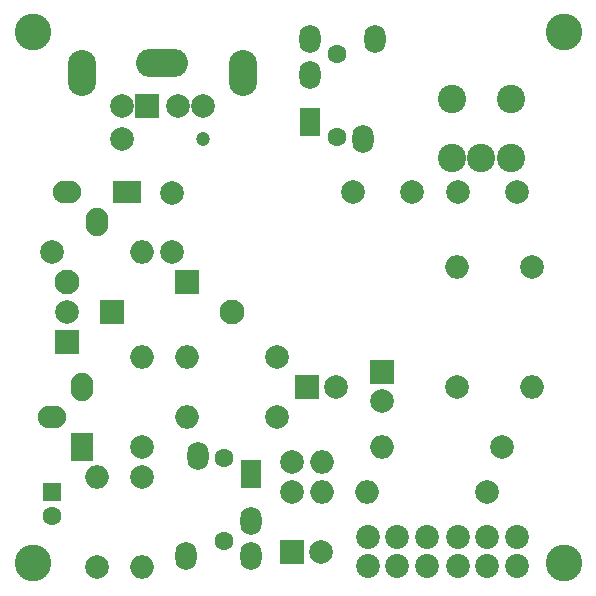
<source format=gts>
G04 #@! TF.FileFunction,Soldermask,Top*
%FSLAX46Y46*%
G04 Gerber Fmt 4.6, Leading zero omitted, Abs format (unit mm)*
G04 Created by KiCad (PCBNEW 4.0.6) date 04/11/17 13:58:44*
%MOMM*%
%LPD*%
G01*
G04 APERTURE LIST*
%ADD10C,0.100000*%
%ADD11C,3.100000*%
%ADD12C,2.000000*%
%ADD13O,2.000000X2.000000*%
%ADD14R,2.000000X2.000000*%
%ADD15C,2.099260*%
%ADD16R,2.099260X2.099260*%
%ADD17O,1.800000X2.400000*%
%ADD18R,1.800000X2.400000*%
%ADD19C,1.600000*%
%ADD20C,2.400000*%
%ADD21R,1.600000X1.600000*%
%ADD22O,2.400000X1.900000*%
%ADD23R,1.900000X2.400000*%
%ADD24O,1.900000X2.400000*%
%ADD25R,2.400000X1.900000*%
%ADD26O,2.400000X3.900000*%
%ADD27C,1.200000*%
%ADD28O,4.400000X2.400000*%
%ADD29C,2.020000*%
G04 APERTURE END LIST*
D10*
D11*
X102500000Y-52500000D03*
X147500000Y-52500000D03*
X102500000Y-97500000D03*
X147500000Y-97500000D03*
D12*
X144780000Y-72390000D03*
D13*
X144780000Y-82550000D03*
D12*
X138430000Y-82550000D03*
D13*
X138430000Y-72390000D03*
D14*
X105410000Y-78740000D03*
D12*
X105410000Y-76240000D03*
D14*
X124460000Y-96520000D03*
D12*
X126960000Y-96520000D03*
X114300000Y-71120000D03*
X114300000Y-66120000D03*
X143510000Y-66040000D03*
X138510000Y-66040000D03*
X134620000Y-66040000D03*
X129620000Y-66040000D03*
D15*
X119380520Y-76197460D03*
D16*
X109220520Y-76197460D03*
D15*
X105409480Y-73662540D03*
D16*
X115569480Y-73662540D03*
D17*
X115500000Y-96900000D03*
X116500000Y-88400000D03*
D18*
X121000000Y-89900000D03*
D17*
X121000000Y-93900000D03*
X121000000Y-96900000D03*
D19*
X118700000Y-95600000D03*
X118700000Y-88600000D03*
D17*
X131500000Y-53100000D03*
X130500000Y-61600000D03*
D18*
X126000000Y-60100000D03*
D17*
X126000000Y-56100000D03*
X126000000Y-53100000D03*
D19*
X128300000Y-54400000D03*
X128300000Y-61400000D03*
D12*
X123190000Y-85090000D03*
D13*
X115570000Y-85090000D03*
D12*
X111760000Y-90170000D03*
D13*
X111760000Y-97790000D03*
D12*
X111760000Y-87630000D03*
D13*
X111760000Y-80010000D03*
D12*
X123190000Y-80010000D03*
D13*
X115570000Y-80010000D03*
D20*
X143000000Y-58200000D03*
X140500000Y-63200000D03*
X143000000Y-63200000D03*
X138000000Y-58200000D03*
X138000000Y-63200000D03*
D21*
X104140000Y-91440000D03*
D19*
X104140000Y-93440000D03*
D12*
X107950000Y-97790000D03*
D13*
X107950000Y-90170000D03*
D14*
X125730000Y-82550000D03*
D12*
X128230000Y-82550000D03*
D14*
X132080000Y-81280000D03*
D12*
X132080000Y-83780000D03*
X124460000Y-91440000D03*
D13*
X127000000Y-91440000D03*
D12*
X124460000Y-88900000D03*
D13*
X127000000Y-88900000D03*
D12*
X142240000Y-87630000D03*
D13*
X132080000Y-87630000D03*
D12*
X140970000Y-91440000D03*
D13*
X130810000Y-91440000D03*
D12*
X104140000Y-71120000D03*
D13*
X111760000Y-71120000D03*
D22*
X104140000Y-85090000D03*
D23*
X106680000Y-87630000D03*
D24*
X106680000Y-82550000D03*
X107950000Y-68580000D03*
D25*
X110490000Y-66040000D03*
D22*
X105410000Y-66040000D03*
D26*
X120350000Y-55950000D03*
X106650000Y-55950000D03*
D14*
X112200000Y-58800000D03*
D12*
X114800000Y-58800000D03*
X110100000Y-58800000D03*
X116900000Y-58800000D03*
X110100000Y-61600000D03*
D27*
X116900000Y-61600000D03*
D28*
X113500000Y-55150000D03*
D29*
X138510000Y-97750000D03*
X141010000Y-95250000D03*
X143510000Y-97750000D03*
X138510000Y-95250000D03*
X141010000Y-97750000D03*
X143510000Y-95250000D03*
X130890000Y-97750000D03*
X133390000Y-95250000D03*
X135890000Y-97750000D03*
X130890000Y-95250000D03*
X133390000Y-97750000D03*
X135890000Y-95250000D03*
M02*

</source>
